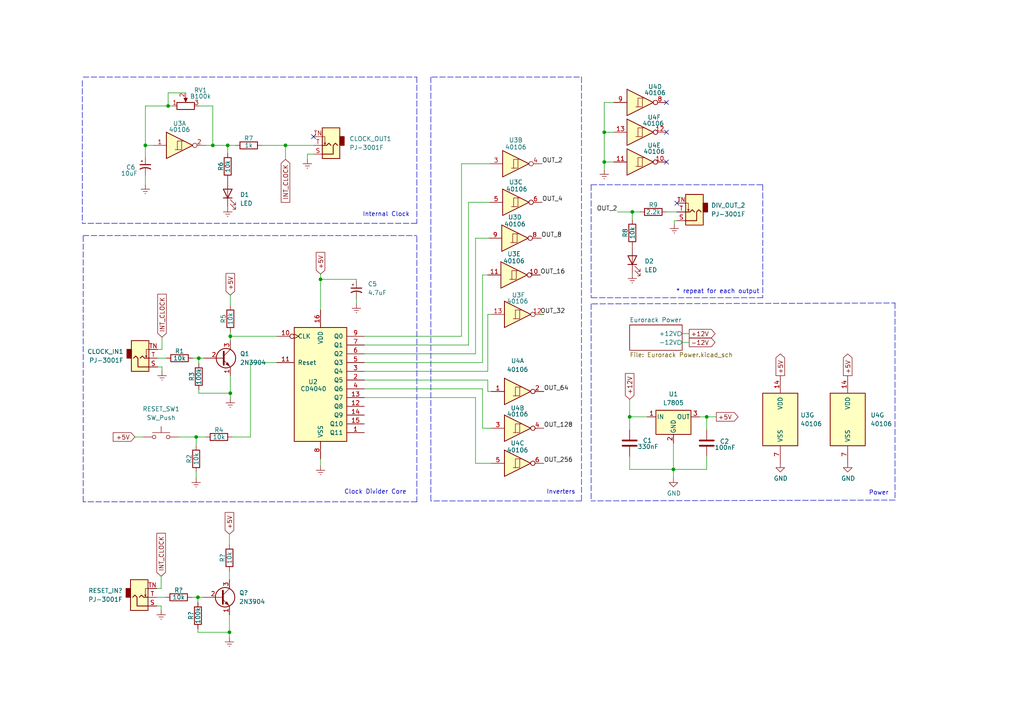
<source format=kicad_sch>
(kicad_sch (version 20211123) (generator eeschema)
  (paper "A4")
  (title_block (title "MiniDiv") (rev "v0.1") (company "benjiaomodular"))
  (lib_symbols
    (symbol "4xxx:40106" (pin_names (offset 1.016))
      (property "Reference" "U" (at 0 1.27 0))
      (property "Value" "40106" (at 0 -1.27 0))
      (symbol "40106_1_0"
        (polyline (pts (xy -0.635 -1.27) (xy -0.635 1.27) (xy 0.635 1.27)))
        (polyline (pts (xy -3.81 3.81) (xy -3.81 -3.81) (xy 3.81 0) (xy -3.81 3.81)) (stroke (width 0.254)) (fill (type background)))
        (polyline (pts (xy -1.27 -1.27) (xy 0.635 -1.27) (xy 0.635 1.27) (xy 1.27 1.27)))
        (pin input line (at -7.62 0 0) (length 3.81) (name "~") (number "1"))
        (pin output inverted (at 7.62 0 180) (length 3.81) (name "~") (number "2"))
      )
      (symbol "40106_2_0"
        (polyline (pts (xy -0.635 -1.27) (xy -0.635 1.27) (xy 0.635 1.27)))
        (polyline (pts (xy -3.81 3.81) (xy -3.81 -3.81) (xy 3.81 0) (xy -3.81 3.81)) (stroke (width 0.254)) (fill (type background)))
        (polyline (pts (xy -1.27 -1.27) (xy 0.635 -1.27) (xy 0.635 1.27) (xy 1.27 1.27)))
        (pin input line (at -7.62 0 0) (length 3.81) (name "~") (number "3"))
        (pin output inverted (at 7.62 0 180) (length 3.81) (name "~") (number "4"))
      )
      (symbol "40106_3_0"
        (polyline (pts (xy -0.635 -1.27) (xy -0.635 1.27) (xy 0.635 1.27)))
        (polyline (pts (xy -3.81 3.81) (xy -3.81 -3.81) (xy 3.81 0) (xy -3.81 3.81)) (stroke (width 0.254)) (fill (type background)))
        (polyline (pts (xy -1.27 -1.27) (xy 0.635 -1.27) (xy 0.635 1.27) (xy 1.27 1.27)))
        (pin input line (at -7.62 0 0) (length 3.81) (name "~") (number "5"))
        (pin output inverted (at 7.62 0 180) (length 3.81) (name "~") (number "6"))
      )
      (symbol "40106_4_0"
        (polyline (pts (xy -0.635 -1.27) (xy -0.635 1.27) (xy 0.635 1.27)))
        (polyline (pts (xy -3.81 3.81) (xy -3.81 -3.81) (xy 3.81 0) (xy -3.81 3.81)) (stroke (width 0.254)) (fill (type background)))
        (polyline (pts (xy -1.27 -1.27) (xy 0.635 -1.27) (xy 0.635 1.27) (xy 1.27 1.27)))
        (pin output inverted (at 7.62 0 180) (length 3.81) (name "~") (number "8"))
        (pin input line (at -7.62 0 0) (length 3.81) (name "~") (number "9"))
      )
      (symbol "40106_5_0"
        (polyline (pts (xy -0.635 -1.27) (xy -0.635 1.27) (xy 0.635 1.27)))
        (polyline (pts (xy -3.81 3.81) (xy -3.81 -3.81) (xy 3.81 0) (xy -3.81 3.81)) (stroke (width 0.254)) (fill (type background)))
        (polyline (pts (xy -1.27 -1.27) (xy 0.635 -1.27) (xy 0.635 1.27) (xy 1.27 1.27)))
        (pin output inverted (at 7.62 0 180) (length 3.81) (name "~") (number "10"))
        (pin input line (at -7.62 0 0) (length 3.81) (name "~") (number "11"))
      )
      (symbol "40106_6_0"
        (polyline (pts (xy -0.635 -1.27) (xy -0.635 1.27) (xy 0.635 1.27)))
        (polyline (pts (xy -3.81 3.81) (xy -3.81 -3.81) (xy 3.81 0) (xy -3.81 3.81)) (stroke (width 0.254)) (fill (type background)))
        (polyline (pts (xy -1.27 -1.27) (xy 0.635 -1.27) (xy 0.635 1.27) (xy 1.27 1.27)))
        (pin output inverted (at 7.62 0 180) (length 3.81) (name "~") (number "12"))
        (pin input line (at -7.62 0 0) (length 3.81) (name "~") (number "13"))
      )
      (symbol "40106_7_0"
        (pin power_in line (at 0 12.7 270) (length 5.08) (name "VDD") (number "14"))
        (pin power_in line (at 0 -12.7 90) (length 5.08) (name "VSS") (number "7"))
      )
      (symbol "40106_7_1"
        (rectangle (start -5.08 7.62) (end 5.08 -7.62) (stroke (width 0.254)) (fill (type background)))
      )
    )
    (symbol "4xxx:4040" (pin_names (offset 1.016))
      (property "Reference" "U" (at -7.62 16.51 0))
      (property "Value" "4040" (at -7.62 -19.05 0))
      (symbol "4040_1_0"
        (pin output line (at 12.7 -15.24 180) (length 5.08) (name "Q11") (number "1"))
        (pin input inverted_clock (at -12.7 12.7 0) (length 5.08) (name "CLK") (number "10"))
        (pin input line (at -12.7 5.08 0) (length 5.08) (name "Reset") (number "11"))
        (pin output line (at 12.7 -7.62 180) (length 5.08) (name "Q8") (number "12"))
        (pin output line (at 12.7 -5.08 180) (length 5.08) (name "Q7") (number "13"))
        (pin output line (at 12.7 -10.16 180) (length 5.08) (name "Q9") (number "14"))
        (pin output line (at 12.7 -12.7 180) (length 5.08) (name "Q10") (number "15"))
        (pin power_in line (at 0 20.32 270) (length 5.08) (name "VDD") (number "16"))
        (pin output line (at 12.7 0 180) (length 5.08) (name "Q5") (number "2"))
        (pin output line (at 12.7 2.54 180) (length 5.08) (name "Q4") (number "3"))
        (pin output line (at 12.7 -2.54 180) (length 5.08) (name "Q6") (number "4"))
        (pin output line (at 12.7 5.08 180) (length 5.08) (name "Q3") (number "5"))
        (pin output line (at 12.7 7.62 180) (length 5.08) (name "Q2") (number "6"))
        (pin output line (at 12.7 10.16 180) (length 5.08) (name "Q1") (number "7"))
        (pin power_in line (at 0 -22.86 90) (length 5.08) (name "VSS") (number "8"))
        (pin output line (at 12.7 12.7 180) (length 5.08) (name "Q0") (number "9"))
      )
      (symbol "4040_1_1"
        (rectangle (start -7.62 15.24) (end 7.62 -17.78) (stroke (width 0.254)) (fill (type background)))
      )
    )
    (symbol "Connector:AudioJack2_SwitchT"
      (property "Reference" "J" (at 0 8.89 0))
      (property "Value" "AudioJack2_SwitchT" (at 0 6.35 0))
      (symbol "AudioJack2_SwitchT_0_1"
        (rectangle (start -2.54 0) (end -3.81 -2.54) (stroke (width 0.254)) (fill (type outline)))
        (polyline (pts (xy 1.778 -0.254) (xy 2.032 -0.762)))
        (polyline (pts (xy 0 0) (xy 0.635 -0.635) (xy 1.27 0) (xy 2.54 0)) (stroke (width 0.254)))
        (polyline (pts (xy 2.54 -2.54) (xy 1.778 -2.54) (xy 1.778 -0.254) (xy 1.524 -0.762)))
        (polyline (pts (xy 2.54 2.54) (xy -0.635 2.54) (xy -0.635 0) (xy -1.27 -0.635) (xy -1.905 0)) (stroke (width 0.254)))
        (rectangle (start 2.54 3.81) (end -2.54 -5.08) (stroke (width 0.254)) (fill (type background)))
      )
      (symbol "AudioJack2_SwitchT_1_1"
        (pin passive line (at 5.08 2.54 180) (length 2.54) (name "~") (number "S"))
        (pin passive line (at 5.08 0 180) (length 2.54) (name "~") (number "T"))
        (pin passive line (at 5.08 -2.54 180) (length 2.54) (name "~") (number "TN"))
      )
    )
    (symbol "Device:C" (pin_numbers hide) (pin_names (offset 0.254))
      (property "Reference" "C" (at 0.635 2.54 0))
      (property "Value" "C" (at 0.635 -2.54 0))
      (symbol "C_0_1"
        (polyline (pts (xy -2.032 -0.762) (xy 2.032 -0.762)) (stroke (width 0.508)))
        (polyline (pts (xy -2.032 0.762) (xy 2.032 0.762)) (stroke (width 0.508)))
      )
      (symbol "C_1_1"
        (pin passive line (at 0 3.81 270) (length 2.794) (name "~") (number "1"))
        (pin passive line (at 0 -3.81 90) (length 2.794) (name "~") (number "2"))
      )
    )
    (symbol "Device:C_Polarized_Small_US" (pin_numbers hide) (pin_names (offset 0.254) hide)
      (property "Reference" "C" (at 0.254 1.778 0))
      (property "Value" "C_Polarized_Small_US" (at 0.254 -2.032 0))
      (symbol "C_Polarized_Small_US_0_1"
        (polyline (pts (xy -1.524 0.508) (xy 1.524 0.508)) (stroke (width 0.3048)))
        (polyline (pts (xy -1.27 1.524) (xy -0.762 1.524)))
        (polyline (pts (xy -1.016 1.27) (xy -1.016 1.778)))
        (arc (start 1.524 -0.762) (mid 0 -0.3734) (end -1.524 -0.762) (stroke (width 0.3048)))
      )
      (symbol "C_Polarized_Small_US_1_1"
        (pin passive line (at 0 2.54 270) (length 2.032) (name "~") (number "1"))
        (pin passive line (at 0 -2.54 90) (length 2.032) (name "~") (number "2"))
      )
    )
    (symbol "Device:LED" (pin_numbers hide) (pin_names (offset 1.016) hide)
      (property "Reference" "D" (at 0 2.54 0))
      (property "Value" "LED" (at 0 -2.54 0))
      (symbol "LED_0_1"
        (polyline (pts (xy -1.27 -1.27) (xy -1.27 1.27)) (stroke (width 0.254)))
        (polyline (pts (xy -1.27 0) (xy 1.27 0)))
        (polyline (pts (xy 1.27 -1.27) (xy 1.27 1.27) (xy -1.27 0) (xy 1.27 -1.27)) (stroke (width 0.254)))
        (polyline (pts (xy -3.048 -0.762) (xy -4.572 -2.286) (xy -3.81 -2.286) (xy -4.572 -2.286) (xy -4.572 -1.524)))
        (polyline (pts (xy -1.778 -0.762) (xy -3.302 -2.286) (xy -2.54 -2.286) (xy -3.302 -2.286) (xy -3.302 -1.524)))
      )
      (symbol "LED_1_1"
        (pin passive line (at -3.81 0 0) (length 2.54) (name "K") (number "1"))
        (pin passive line (at 3.81 0 180) (length 2.54) (name "A") (number "2"))
      )
    )
    (symbol "Device:R" (pin_numbers hide) (pin_names (offset 0))
      (property "Reference" "R" (at 2.032 0 90))
      (property "Value" "R" (at 0 0 90))
      (symbol "R_0_1"
        (rectangle (start -1.016 -2.54) (end 1.016 2.54) (stroke (width 0.254)))
      )
      (symbol "R_1_1"
        (pin passive line (at 0 3.81 270) (length 1.27) (name "~") (number "1"))
        (pin passive line (at 0 -3.81 90) (length 1.27) (name "~") (number "2"))
      )
    )
    (symbol "Device:R_Potentiometer" (pin_names (offset 1.016) hide)
      (property "Reference" "RV" (at -4.445 0 90))
      (property "Value" "R_Potentiometer" (at -2.54 0 90))
      (symbol "R_Potentiometer_0_1"
        (polyline (pts (xy 2.54 0) (xy 1.524 0)))
        (polyline (pts (xy 1.143 0) (xy 2.286 0.508) (xy 2.286 -0.508) (xy 1.143 0)) (fill (type outline)))
        (rectangle (start 1.016 2.54) (end -1.016 -2.54) (stroke (width 0.254)))
      )
      (symbol "R_Potentiometer_1_1"
        (pin passive line (at 0 3.81 270) (length 1.27) (name "1") (number "1"))
        (pin passive line (at 3.81 0 180) (length 1.27) (name "2") (number "2"))
        (pin passive line (at 0 -3.81 90) (length 1.27) (name "3") (number "3"))
      )
    )
    (symbol "Regulator_Linear:L7805" (pin_names (offset 0.254))
      (property "Reference" "U" (at -3.81 3.175 0))
      (property "Value" "L7805" (at 0 3.175 0))
      (symbol "L7805_0_1"
        (rectangle (start -5.08 1.905) (end 5.08 -5.08) (stroke (width 0.254)) (fill (type background)))
      )
      (symbol "L7805_1_1"
        (pin power_in line (at -7.62 0 0) (length 2.54) (name "IN") (number "1"))
        (pin power_in line (at 0 -7.62 90) (length 2.54) (name "GND") (number "2"))
        (pin power_out line (at 7.62 0 180) (length 2.54) (name "OUT") (number "3"))
      )
    )
    (symbol "Switch:SW_Push" (pin_numbers hide) (pin_names (offset 1.016) hide)
      (property "Reference" "SW" (at 1.27 2.54 0))
      (property "Value" "SW_Push" (at 0 -1.524 0))
      (symbol "SW_Push_0_1"
        (circle (center -2.032 0) (radius 0.508))
        (polyline (pts (xy 0 1.27) (xy 0 3.048)))
        (polyline (pts (xy 2.54 1.27) (xy -2.54 1.27)))
        (circle (center 2.032 0) (radius 0.508))
        (pin passive line (at -5.08 0 0) (length 2.54) (name "1") (number "1"))
        (pin passive line (at 5.08 0 180) (length 2.54) (name "2") (number "2"))
      )
    )
    (symbol "Transistor_BJT:2N3904" (pin_names (offset 0) hide)
      (property "Reference" "Q" (at 5.08 1.905 0))
      (property "Value" "2N3904" (at 5.08 0 0))
      (symbol "2N3904_0_1"
        (polyline (pts (xy 0.635 0.635) (xy 2.54 2.54)))
        (polyline (pts (xy 0.635 -0.635) (xy 2.54 -2.54) (xy 2.54 -2.54)))
        (polyline (pts (xy 0.635 1.905) (xy 0.635 -1.905) (xy 0.635 -1.905)) (stroke (width 0.508)))
        (polyline (pts (xy 1.27 -1.778) (xy 1.778 -1.27) (xy 2.286 -2.286) (xy 1.27 -1.778) (xy 1.27 -1.778)) (fill (type outline)))
        (circle (center 1.27 0) (radius 2.8194) (stroke (width 0.254)))
      )
      (symbol "2N3904_1_1"
        (pin passive line (at 2.54 -5.08 90) (length 2.54) (name "E") (number "1"))
        (pin passive line (at -5.08 0 0) (length 5.715) (name "B") (number "2"))
        (pin passive line (at 2.54 5.08 270) (length 2.54) (name "C") (number "3"))
      )
    )
    (symbol "power:Earth" (power) (pin_names (offset 0))
      (symbol "Earth_0_1"
        (polyline (pts (xy -0.635 -1.905) (xy 0.635 -1.905)))
        (polyline (pts (xy -0.127 -2.54) (xy 0.127 -2.54)))
        (polyline (pts (xy 0 -1.27) (xy 0 0)))
        (polyline (pts (xy 1.27 -1.27) (xy -1.27 -1.27)))
      )
      (symbol "Earth_1_1"
        (pin power_in line (at 0 0 270) (length 0) hide (name "Earth") (number "1"))
      )
    )
    (symbol "power:GND" (power) (pin_names (offset 0))
      (property "Value" "GND" (at 0 -3.81 0))
      (symbol "GND_0_1"
        (polyline (pts (xy 0 0) (xy 0 -1.27) (xy 1.27 -1.27) (xy 0 -2.54) (xy -1.27 -1.27) (xy 0 -1.27)))
      )
      (symbol "GND_1_1"
        (pin power_in line (at 0 0 270) (length 0) hide (name "GND") (number "1"))
      )
    )
  )
  (junction (at 61.722 42.164))
  (junction (at 183.388 61.468))
  (junction (at 182.626 120.904))
  (junction (at 82.804 42.164))
  (junction (at 66.04 42.164))
  (junction (at 92.964 81.026))
  (junction (at 204.978 120.904))
  (junction (at 57.404 173.228))
  (junction (at 66.802 114.046))
  (junction (at 66.802 97.536))
  (junction (at 66.548 183.388))
  (junction (at 195.326 136.144))
  (junction (at 175.26 38.354))
  (junction (at 48.768 30.734))
  (junction (at 57.658 103.886))
  (junction (at 42.164 42.164))
  (junction (at 56.896 126.746))
  (junction (at 175.26 46.99))
  (no_connect (at 193.294 46.99))
  (no_connect (at 90.932 39.624))
  (no_connect (at 193.294 38.354))
  (no_connect (at 196.342 58.928))
  (no_connect (at 193.294 29.718))
  (wire (pts (xy 141.478 91.186) (xy 141.478 107.696)))
  (wire (pts (xy 183.388 61.468) (xy 183.388 63.754)))
  (wire (pts (xy 57.404 173.228) (xy 58.928 173.228)))
  (wire (pts (xy 48.768 26.924) (xy 48.768 30.734)))
  (wire (pts (xy 141.478 79.756) (xy 139.954 79.756)))
  (wire (pts (xy 46.736 167.132) (xy 46.736 170.688)))
  (wire (pts (xy 141.478 107.696) (xy 105.664 107.696)))
  (wire (pts (xy 57.404 182.372) (xy 57.404 183.388)))
  (wire (pts (xy 57.404 173.228) (xy 57.404 174.752)))
  (wire (pts (xy 137.922 134.366) (xy 142.494 134.366)))
  (wire (pts (xy 157.734 91.186) (xy 156.718 91.186)))
  (wire (pts (xy 55.88 103.886) (xy 57.658 103.886)))
  (polyline (pts (xy 120.904 68.58) (xy 120.904 145.542)))
  (wire (pts (xy 133.858 47.498) (xy 141.986 47.498)))
  (wire (pts (xy 90.932 44.704) (xy 89.154 44.704)))
  (polyline (pts (xy 171.45 88.138) (xy 171.45 145.288)))
  (polyline (pts (xy 259.588 87.884) (xy 259.588 145.034)))
  (wire (pts (xy 142.494 91.186) (xy 141.478 91.186)))
  (polyline (pts (xy 221.234 53.594) (xy 221.234 86.36)))
  (wire (pts (xy 175.26 46.99) (xy 175.26 38.354)))
  (wire (pts (xy 105.664 110.236) (xy 141.478 110.236)))
  (wire (pts (xy 75.946 42.164) (xy 82.804 42.164)))
  (wire (pts (xy 53.848 26.924) (xy 48.768 26.924)))
  (wire (pts (xy 82.804 42.164) (xy 90.932 42.164)))
  (wire (pts (xy 57.658 113.03) (xy 57.658 114.046)))
  (polyline (pts (xy 259.588 145.034) (xy 171.45 145.288)))
  (wire (pts (xy 175.26 46.99) (xy 175.26 49.276)))
  (wire (pts (xy 66.548 165.608) (xy 66.548 168.148)))
  (wire (pts (xy 51.816 126.746) (xy 56.896 126.746)))
  (wire (pts (xy 57.404 183.388) (xy 66.548 183.388)))
  (wire (pts (xy 105.664 102.616) (xy 137.922 102.616)))
  (wire (pts (xy 39.116 126.746) (xy 41.656 126.746)))
  (polyline (pts (xy 171.704 88.138) (xy 259.588 87.884)))
  (polyline (pts (xy 120.904 64.77) (xy 23.876 64.77)))
  (wire (pts (xy 179.07 61.468) (xy 183.388 61.468)))
  (wire (pts (xy 66.548 154.94) (xy 66.548 157.988)))
  (polyline (pts (xy 171.45 53.594) (xy 221.234 53.594)))
  (wire (pts (xy 56.896 126.746) (xy 56.896 129.286)))
  (polyline (pts (xy 23.876 23.368) (xy 23.876 64.77)))
  (wire (pts (xy 195.326 136.144) (xy 204.978 136.144)))
  (wire (pts (xy 183.388 61.468) (xy 185.674 61.468)))
  (polyline (pts (xy 221.234 86.36) (xy 171.45 86.36)))
  (wire (pts (xy 45.72 106.426) (xy 46.99 106.426)))
  (wire (pts (xy 139.954 105.156) (xy 105.664 105.156)))
  (wire (pts (xy 137.922 115.316) (xy 137.922 134.366)))
  (wire (pts (xy 178.054 46.99) (xy 175.26 46.99)))
  (wire (pts (xy 66.548 178.308) (xy 66.548 183.388)))
  (wire (pts (xy 66.802 108.966) (xy 66.802 114.046)))
  (wire (pts (xy 103.378 81.026) (xy 92.964 81.026)))
  (wire (pts (xy 204.978 136.144) (xy 204.978 132.334)))
  (polyline (pts (xy 168.656 22.352) (xy 168.656 145.288)))
  (wire (pts (xy 61.722 30.734) (xy 61.722 42.164)))
  (wire (pts (xy 57.658 103.886) (xy 57.658 105.41)))
  (wire (pts (xy 133.858 47.498) (xy 133.858 97.536)))
  (wire (pts (xy 183.388 71.374) (xy 183.388 71.628)))
  (wire (pts (xy 182.626 120.904) (xy 182.626 124.714)))
  (wire (pts (xy 42.164 30.734) (xy 42.164 42.164)))
  (wire (pts (xy 175.26 38.354) (xy 178.054 38.354)))
  (wire (pts (xy 195.326 136.144) (xy 195.326 138.684)))
  (wire (pts (xy 45.466 173.228) (xy 48.006 173.228)))
  (wire (pts (xy 139.954 112.776) (xy 139.954 124.206)))
  (wire (pts (xy 66.548 183.388) (xy 66.548 184.912)))
  (wire (pts (xy 44.45 42.164) (xy 42.164 42.164)))
  (wire (pts (xy 139.954 79.756) (xy 139.954 105.156)))
  (wire (pts (xy 46.99 106.426) (xy 46.99 107.696)))
  (wire (pts (xy 42.164 42.164) (xy 42.164 45.72)))
  (wire (pts (xy 197.866 99.314) (xy 199.898 99.314)))
  (wire (pts (xy 204.978 120.904) (xy 204.978 124.714)))
  (wire (pts (xy 182.626 132.334) (xy 182.626 136.144)))
  (wire (pts (xy 80.264 97.536) (xy 66.802 97.536)))
  (wire (pts (xy 56.896 136.906) (xy 56.896 138.684)))
  (polyline (pts (xy 24.13 145.542) (xy 24.13 68.326)))
  (wire (pts (xy 72.644 126.746) (xy 67.31 126.746)))
  (wire (pts (xy 182.626 120.904) (xy 187.706 120.904)))
  (polyline (pts (xy 24.13 22.352) (xy 120.904 22.352)))
  (wire (pts (xy 66.04 52.07) (xy 66.04 52.324)))
  (wire (pts (xy 141.732 69.088) (xy 137.922 69.088)))
  (wire (pts (xy 57.658 30.734) (xy 61.722 30.734)))
  (wire (pts (xy 92.964 79.502) (xy 92.964 81.026)))
  (wire (pts (xy 182.626 115.824) (xy 182.626 120.904)))
  (wire (pts (xy 92.964 81.026) (xy 92.964 89.916)))
  (wire (pts (xy 56.896 126.746) (xy 59.69 126.746)))
  (polyline (pts (xy 125.222 22.352) (xy 168.656 22.352)))
  (wire (pts (xy 66.802 96.266) (xy 66.802 97.536)))
  (wire (pts (xy 202.946 120.904) (xy 204.978 120.904)))
  (wire (pts (xy 105.664 115.316) (xy 137.922 115.316)))
  (wire (pts (xy 61.722 42.164) (xy 59.69 42.164)))
  (wire (pts (xy 195.58 64.008) (xy 195.58 65.024)))
  (wire (pts (xy 141.478 113.538) (xy 142.494 113.538)))
  (wire (pts (xy 72.644 105.156) (xy 72.644 126.746)))
  (wire (pts (xy 141.478 110.236) (xy 141.478 113.538)))
  (wire (pts (xy 48.768 30.734) (xy 42.164 30.734)))
  (wire (pts (xy 183.388 79.248) (xy 183.388 79.502)))
  (wire (pts (xy 55.626 173.228) (xy 57.404 173.228)))
  (wire (pts (xy 175.26 29.718) (xy 175.26 38.354)))
  (wire (pts (xy 57.658 103.886) (xy 59.182 103.886)))
  (wire (pts (xy 193.294 61.468) (xy 196.342 61.468)))
  (wire (pts (xy 103.378 81.534) (xy 103.378 81.026)))
  (wire (pts (xy 105.664 97.536) (xy 133.858 97.536)))
  (wire (pts (xy 182.626 136.144) (xy 195.326 136.144)))
  (wire (pts (xy 50.038 30.734) (xy 48.768 30.734)))
  (wire (pts (xy 137.922 69.088) (xy 137.922 102.616)))
  (wire (pts (xy 105.664 112.776) (xy 139.954 112.776)))
  (wire (pts (xy 80.264 105.156) (xy 72.644 105.156)))
  (wire (pts (xy 45.466 175.768) (xy 46.736 175.768)))
  (wire (pts (xy 175.26 29.718) (xy 178.054 29.718)))
  (wire (pts (xy 46.99 97.79) (xy 46.99 101.346)))
  (polyline (pts (xy 171.45 53.594) (xy 171.45 86.36)))
  (wire (pts (xy 45.72 103.886) (xy 48.26 103.886)))
  (wire (pts (xy 42.164 50.8) (xy 42.164 53.594)))
  (wire (pts (xy 66.802 97.536) (xy 66.802 98.806)))
  (wire (pts (xy 57.658 114.046) (xy 66.802 114.046)))
  (wire (pts (xy 204.978 120.904) (xy 207.772 120.904)))
  (wire (pts (xy 66.04 42.164) (xy 66.04 44.45)))
  (wire (pts (xy 46.736 175.768) (xy 46.736 177.038)))
  (wire (pts (xy 103.378 86.614) (xy 103.378 88.138)))
  (wire (pts (xy 105.664 100.076) (xy 135.89 100.076)))
  (wire (pts (xy 196.342 64.008) (xy 195.58 64.008)))
  (wire (pts (xy 135.89 58.674) (xy 141.986 58.674)))
  (polyline (pts (xy 24.13 68.326) (xy 120.904 68.326)))
  (polyline (pts (xy 120.904 145.542) (xy 24.13 145.542)))
  (wire (pts (xy 46.99 101.346) (xy 45.72 101.346)))
  (polyline (pts (xy 120.904 22.352) (xy 120.904 64.77)))
  (wire (pts (xy 92.964 133.096) (xy 92.964 135.128)))
  (wire (pts (xy 135.89 100.076) (xy 135.89 58.674)))
  (wire (pts (xy 66.04 59.944) (xy 66.04 60.198)))
  (wire (pts (xy 61.722 42.164) (xy 66.04 42.164)))
  (polyline (pts (xy 168.656 145.288) (xy 124.968 145.288)))
  (wire (pts (xy 66.802 114.046) (xy 66.802 115.57)))
  (polyline (pts (xy 124.968 22.352) (xy 124.968 145.288)))
  (wire (pts (xy 82.804 42.164) (xy 82.804 46.228)))
  (wire (pts (xy 46.736 170.688) (xy 45.466 170.688)))
  (wire (pts (xy 66.802 85.598) (xy 66.802 88.646)))
  (wire (pts (xy 89.154 44.704) (xy 89.154 46.228)))
  (wire (pts (xy 197.866 96.774) (xy 199.898 96.774)))
  (wire (pts (xy 139.954 124.206) (xy 142.494 124.206)))
  (wire (pts (xy 66.04 42.164) (xy 68.326 42.164)))
  (wire (pts (xy 195.326 128.524) (xy 195.326 136.144)))
  (text "Internal Clock" (at 105.156 62.992 0) (effects (font (size 1.27 1.27)) (justify left bottom)))
  (text "* repeat for each output" (at 196.088 85.344 0) (effects (font (size 1.27 1.27)) (justify left bottom)))
  (text "Clock Divider Core" (at 99.822 143.51 0) (effects (font (size 1.27 1.27)) (justify left bottom)))
  (text "Power" (at 251.968 143.764 0) (effects (font (size 1.27 1.27)) (justify left bottom)))
  (text "Inverters" (at 158.496 143.51 0) (effects (font (size 1.27 1.27)) (justify left bottom)))
  (label "OUT_256" (at 157.734 134.366 0))
  (label "OUT_32" (at 156.718 91.186 0))
  (label "OUT_2" (at 157.226 47.498 0))
  (label "OUT_16" (at 156.718 79.756 0))
  (label "OUT_8" (at 156.972 69.088 0))
  (label "OUT_128" (at 157.734 124.206 0))
  (label "OUT_2" (at 179.07 61.468 180))
  (label "OUT_64" (at 157.734 113.538 0))
  (label "OUT_4" (at 157.226 58.674 0))
  (global_label "INT_CLOCK" (shape input) (at 46.99 97.79 90) (property "Intersheet References" "${INTERSHEET_REFS}" (effects hide)))
  (global_label "+5V" (shape output) (at 207.772 120.904 0) (property "Intersheet References" "${INTERSHEET_REFS}" (effects hide)))
  (global_label "+5V" (shape input) (at 39.116 126.746 180) (property "Intersheet References" "${INTERSHEET_REFS}" (effects hide)))
  (global_label "+12V" (shape input) (at 182.626 115.824 90) (property "Intersheet References" "${INTERSHEET_REFS}" (effects hide)))
  (global_label "+5V" (shape input) (at 66.548 154.94 90) (property "Intersheet References" "${INTERSHEET_REFS}" (effects hide)))
  (global_label "-12V" (shape output) (at 199.898 99.314 0) (property "Intersheet References" "${INTERSHEET_REFS}" (effects hide)))
  (global_label "+5V" (shape input) (at 66.802 85.598 90) (property "Intersheet References" "${INTERSHEET_REFS}" (effects hide)))
  (global_label "INT_CLOCK" (shape input) (at 46.736 167.132 90) (property "Intersheet References" "${INTERSHEET_REFS}" (effects hide)))
  (global_label "INT_CLOCK" (shape input) (at 82.804 46.228 270) (property "Intersheet References" "${INTERSHEET_REFS}" (effects hide)))
  (global_label "+5V" (shape output) (at 226.314 108.966 90) (property "Intersheet References" "${INTERSHEET_REFS}" (effects hide)))
  (global_label "+5V" (shape input) (at 92.964 79.502 90) (property "Intersheet References" "${INTERSHEET_REFS}" (effects hide)))
  (global_label "+12V" (shape output) (at 199.898 96.774 0) (property "Intersheet References" "${INTERSHEET_REFS}" (effects hide)))
  (global_label "+5V" (shape output) (at 245.872 108.966 90) (property "Intersheet References" "${INTERSHEET_REFS}" (effects hide)))
  (symbol (lib_id "power:Earth") (at 46.99 107.696 0) (unit 1)
    (property "Reference" "#PWR05" (effects hide))
    (property "Value" "Earth" (effects hide))
  )
  (symbol (lib_id "Device:R") (at 66.04 48.26 0) (unit 1)
    (property "Reference" "R6" (at 64.008 48.26 90))
    (property "Value" "10k" (at 66.04 48.26 90))
    (property "Footprint" "Resistor_SMD:R_0603_1608Metric_Pad0.98x0.95mm_HandSolder" (effects hide))
  )
  (symbol (lib_id "power:Earth") (at 56.896 138.684 0) (unit 1)
    (property "Reference" "#PWR07" (effects hide))
    (property "Value" "Earth" (effects hide))
  )
  (symbol (lib_id "Device:C") (at 204.978 128.524 0) (unit 1)
    (property "Reference" "C2" (at 208.788 128.016 0) (effects (justify left)))
    (property "Value" "100nF" (at 207.264 129.794 0) (effects (justify left)))
    (property "Footprint" "Capacitor_SMD:C_0603_1608Metric_Pad1.08x0.95mm_HandSolder" (effects hide))
    (property "Mfg #" "CC0603JRX7R9BB104" (effects hide))
    (property "LCSC Part #" "C91183" (effects hide))
    (property "Manufacturers Part Number" "CC0603JRX7R9BB104" (effects hide))
    (property "Manufacturers Name" "YAGEO" (effects hide))
    (property "Type" "Surface mount" (effects hide))
    (property "Package" "0603" (effects hide))
    (property "Part Description" "Multilayer Ceramic Capacitors MLCC - SMD/SMT 50 V 0.1uF X7R 0603 5% " (effects hide))
  )
  (symbol (lib_id "Connector:AudioJack2_SwitchT") (at 201.422 61.468 180) (unit 1)
    (property "Reference" "DIV_OUT_2" (at 206.248 59.5629 0) (effects (justify right)))
    (property "Value" "PJ-3001F" (at 206.248 62.1029 0) (effects (justify right)))
  )
  (symbol (lib_id "power:GND") (at 226.314 134.366 0) (unit 1)
    (property "Reference" "#PWR06" (effects hide))
    (property "Value" "GND" (at 226.441 138.7602 0))
  )
  (symbol (lib_id "4xxx:40106") (at 149.098 79.756 0) (unit 5)
    (property "Reference" "U3" (at 149.098 73.66 0))
    (property "Value" "40106" (at 149.098 75.692 0))
    (property "Datasheet" "https://assets.nexperia.com/documents/data-sheet/HEF40106B.pdf" (effects hide))
  )
  (symbol (lib_id "Transistor_BJT:2N3904") (at 64.008 173.228 0) (unit 1)
    (property "Reference" "Q?" (at 69.342 171.9579 0) (effects (justify left)))
    (property "Value" "2N3904" (at 69.342 174.4979 0) (effects (justify left)))
    (property "Footprint" "Package_TO_SOT_THT:TO-92_Inline" (effects hide))
    (property "Datasheet" "https://www.onsemi.com/pub/Collateral/2N3903-D.PDF" (effects hide))
  )
  (symbol (lib_id "Device:C") (at 182.626 128.524 0) (unit 1)
    (property "Reference" "C1" (at 186.436 127.762 0) (effects (justify left)))
    (property "Value" "330nF" (at 184.912 129.54 0) (effects (justify left)))
    (property "Footprint" "Capacitor_SMD:C_0603_1608Metric_Pad1.08x0.95mm_HandSolder" (effects hide))
    (property "Mfg #" "CC0603KRX7R8BB334" (effects hide))
    (property "LCSC Part #" "C107070" (effects hide))
    (property "Manufacturers Part Number" "CC0603KRX7R8BB334" (effects hide))
    (property "Manufacturers Name" "YAGEO" (effects hide))
    (property "Type" "Surface mount" (effects hide))
    (property "Package" "0603" (effects hide))
    (property "Part Description" "Multilayer Ceramic Capacitors MLCC - SMD/SMT 25V 0.33uF X7R 0603 10% " (effects hide))
  )
  (symbol (lib_id "4xxx:40106") (at 149.606 58.674 0) (unit 3)
    (property "Reference" "U3" (at 149.606 52.832 0))
    (property "Value" "40106" (at 149.86 54.864 0))
    (property "Datasheet" "https://assets.nexperia.com/documents/data-sheet/HEF40106B.pdf" (effects hide))
  )
  (symbol (lib_id "Connector:AudioJack2_SwitchT") (at 40.386 173.228 0) (mirror x) (unit 1)
    (property "Reference" "RESET_IN?" (at 35.56 171.3229 0) (effects (justify right)))
    (property "Value" "PJ-3001F" (at 35.56 173.8629 0) (effects (justify right)))
  )
  (symbol (lib_id "Device:R") (at 66.548 161.798 180) (unit 1)
    (property "Reference" "R?" (at 64.516 161.798 90))
    (property "Value" "10k" (at 66.548 161.798 90))
    (property "Footprint" "Resistor_SMD:R_0603_1608Metric_Pad0.98x0.95mm_HandSolder" (effects hide))
  )
  (symbol (lib_id "power:Earth") (at 103.378 88.138 0) (unit 1)
    (property "Reference" "#PWR010" (effects hide))
    (property "Value" "Earth" (effects hide))
  )
  (symbol (lib_id "power:GND") (at 195.326 138.684 0) (unit 1)
    (property "Reference" "#PWR01" (effects hide))
    (property "Value" "GND" (at 195.453 143.0782 0))
  )
  (symbol (lib_id "4xxx:40106") (at 149.606 47.498 0) (unit 2)
    (property "Reference" "U3" (at 149.606 40.64 0))
    (property "Value" "40106" (at 149.606 42.672 0))
    (property "Datasheet" "https://assets.nexperia.com/documents/data-sheet/HEF40106B.pdf" (effects hide))
  )
  (symbol (lib_id "Regulator_Linear:L7805") (at 195.326 120.904 0) (unit 1)
    (property "Reference" "U1" (at 195.326 114.3 0))
    (property "Value" "L7805" (at 195.326 116.84 0))
    (property "Footprint" "Package_TO_SOT_SMD:TO-252-2" (effects hide))
    (property "Datasheet" "http://www.st.com/content/ccc/resource/technical/document/datasheet/41/4f/b3/b0/12/d4/47/88/CD00000444.pdf/files/CD00000444.pdf/jcr:content/translations/en.CD00000444.pdf" (effects hide))
    (property "LCSC Part #" "C310413" (effects hide))
    (property "Manufacturers Name" "STMicroelectronics" (effects hide))
    (property "Mfg #" "L7805CDT-TR " (effects hide))
    (property "Manufacturers Part Number" "L7805CDT-TR " (effects hide))
    (property "Package" "TO-252-3" (effects hide))
    (property "Type" "Surface mount" (effects hide))
    (property "Part Description" "62dB@(120Hz) 1.5A 2V@(1A) Fixed 5V~5V Positive 1 35V TO-252-3 Linear Voltage Regulators (LDO) ROHS" (effects hide))
  )
  (symbol (lib_id "4xxx:40106") (at 185.674 38.354 0) (unit 6)
    (property "Reference" "U4" (at 189.738 34.036 0))
    (property "Value" "40106" (at 189.484 35.814 0))
    (property "Datasheet" "https://assets.nexperia.com/documents/data-sheet/HEF40106B.pdf" (effects hide))
  )
  (symbol (lib_id "Device:R") (at 56.896 133.096 180) (unit 1)
    (property "Reference" "R2" (at 54.864 133.096 90))
    (property "Value" "10k" (at 56.896 133.096 90))
    (property "Footprint" "Resistor_SMD:R_0603_1608Metric_Pad0.98x0.95mm_HandSolder" (effects hide))
  )
  (symbol (lib_id "Switch:SW_Push") (at 46.736 126.746 0) (unit 1)
    (property "Reference" "RESET_SW1" (at 46.736 118.618 0))
    (property "Value" "SW_Push" (at 46.736 121.158 0))
  )
  (symbol (lib_id "4xxx:40106") (at 150.114 124.206 0) (unit 2)
    (property "Reference" "U4" (at 150.114 118.364 0))
    (property "Value" "40106" (at 150.114 120.142 0))
    (property "Datasheet" "https://assets.nexperia.com/documents/data-sheet/HEF40106B.pdf" (effects hide))
  )
  (symbol (lib_id "4xxx:40106") (at 245.872 121.666 0) (unit 7)
    (property "Reference" "U4" (at 252.476 120.3959 0) (effects (justify left)))
    (property "Value" "40106" (at 252.476 122.9359 0) (effects (justify left)))
    (property "Datasheet" "https://assets.nexperia.com/documents/data-sheet/HEF40106B.pdf" (effects hide))
  )
  (symbol (lib_id "Device:C_Polarized_Small_US") (at 42.164 48.26 0) (unit 1)
    (property "Reference" "C6" (at 36.576 48.514 0) (effects (justify left)))
    (property "Value" "10uF" (at 35.052 50.292 0) (effects (justify left)))
    (property "Footprint" "Capacitor_SMD:C_0805_2012Metric_Pad1.18x1.45mm_HandSolder" (effects hide))
    (property "Manufacturers Name" "Taiyo Yuden" (effects hide))
    (property "Manufacturers Part Number" "TMK212BBJ106KG8T" (effects hide))
  )
  (symbol (lib_id "4xxx:40106") (at 150.114 113.538 0) (unit 1)
    (property "Reference" "U4" (at 150.114 104.648 0))
    (property "Value" "40106" (at 150.114 107.188 0))
    (property "Datasheet" "https://assets.nexperia.com/documents/data-sheet/HEF40106B.pdf" (effects hide))
  )
  (symbol (lib_id "Device:R") (at 63.5 126.746 90) (unit 1)
    (property "Reference" "R4" (at 63.5 124.714 90))
    (property "Value" "10k" (at 63.5 126.746 90))
    (property "Footprint" "Resistor_SMD:R_0603_1608Metric_Pad0.98x0.95mm_HandSolder" (effects hide))
  )
  (symbol (lib_id "power:Earth") (at 46.736 177.038 0) (unit 1)
    (property "Reference" "#PWR?" (effects hide))
    (property "Value" "Earth" (effects hide))
  )
  (symbol (lib_id "Device:R") (at 57.404 178.562 180) (unit 1)
    (property "Reference" "R?" (at 55.372 178.562 90))
    (property "Value" "100k" (at 57.404 178.562 90))
    (property "Footprint" "Resistor_SMD:R_0603_1608Metric_Pad0.98x0.95mm_HandSolder" (effects hide))
  )
  (symbol (lib_id "Device:R") (at 52.07 103.886 90) (unit 1)
    (property "Reference" "R1" (at 52.07 101.854 90))
    (property "Value" "10k" (at 52.07 103.886 90))
    (property "Footprint" "Resistor_SMD:R_0603_1608Metric_Pad0.98x0.95mm_HandSolder" (effects hide))
  )
  (symbol (lib_id "Device:R") (at 72.136 42.164 270) (unit 1)
    (property "Reference" "R7" (at 72.136 40.132 90))
    (property "Value" "1k" (at 72.136 42.164 90))
    (property "Footprint" "Resistor_SMD:R_0603_1608Metric_Pad0.98x0.95mm_HandSolder" (effects hide))
  )
  (symbol (lib_id "power:Earth") (at 89.154 46.228 0) (unit 1)
    (property "Reference" "#PWR013" (effects hide))
    (property "Value" "Earth" (effects hide))
  )
  (symbol (lib_id "4xxx:40106") (at 226.314 121.666 0) (unit 7)
    (property "Reference" "U3" (at 232.156 120.3959 0) (effects (justify left)))
    (property "Value" "40106" (at 232.156 122.9359 0) (effects (justify left)))
    (property "Datasheet" "https://assets.nexperia.com/documents/data-sheet/HEF40106B.pdf" (effects hide))
  )
  (symbol (lib_id "4xxx:4040") (at 92.964 110.236 0) (unit 1)
    (property "Reference" "U2" (at 89.408 110.744 0) (effects (justify left)))
    (property "Value" "CD4040" (at 87.122 112.776 0) (effects (justify left)))
    (property "Datasheet" "http://www.intersil.com/content/dam/Intersil/documents/cd40/cd4020bms-24bms-40bms.pdf" (effects hide))
  )
  (symbol (lib_id "4xxx:40106") (at 150.114 91.186 0) (unit 6)
    (property "Reference" "U3" (at 150.368 85.598 0))
    (property "Value" "40106" (at 150.114 87.376 0))
    (property "Datasheet" "https://assets.nexperia.com/documents/data-sheet/HEF40106B.pdf" (effects hide))
  )
  (symbol (lib_id "power:GND") (at 245.872 134.366 0) (unit 1)
    (property "Reference" "#PWR016" (effects hide))
    (property "Value" "GND" (at 245.999 138.7602 0))
  )
  (symbol (lib_id "Device:R") (at 189.484 61.468 270) (unit 1)
    (property "Reference" "R9" (at 189.484 59.436 90))
    (property "Value" "2.2k" (at 189.484 61.468 90))
    (property "Footprint" "Resistor_SMD:R_0603_1608Metric_Pad0.98x0.95mm_HandSolder" (effects hide))
  )
  (symbol (lib_id "power:Earth") (at 183.388 79.502 0) (unit 1)
    (property "Reference" "#PWR014" (effects hide))
    (property "Value" "Earth" (effects hide))
  )
  (symbol (lib_id "power:Earth") (at 66.04 60.198 0) (unit 1)
    (property "Reference" "#PWR012" (effects hide))
    (property "Value" "Earth" (effects hide))
  )
  (symbol (lib_id "4xxx:40106") (at 52.07 42.164 0) (unit 1)
    (property "Reference" "U3" (at 52.07 35.814 0))
    (property "Value" "40106" (at 52.07 37.592 0))
    (property "Datasheet" "https://assets.nexperia.com/documents/data-sheet/HEF40106B.pdf" (effects hide))
  )
  (symbol (lib_id "4xxx:40106") (at 149.352 69.088 0) (unit 4)
    (property "Reference" "U3" (at 149.352 62.992 0))
    (property "Value" "40106" (at 149.352 65.024 0))
    (property "Datasheet" "https://assets.nexperia.com/documents/data-sheet/HEF40106B.pdf" (effects hide))
  )
  (symbol (lib_id "power:Earth") (at 66.548 184.912 0) (unit 1)
    (property "Reference" "#PWR?" (effects hide))
    (property "Value" "Earth" (effects hide))
  )
  (symbol (lib_id "power:Earth") (at 195.58 65.024 0) (unit 1)
    (property "Reference" "#PWR015" (effects hide))
    (property "Value" "Earth" (effects hide))
  )
  (symbol (lib_id "Device:R") (at 51.816 173.228 90) (unit 1)
    (property "Reference" "R?" (at 51.816 171.196 90))
    (property "Value" "10k" (at 51.816 173.228 90))
    (property "Footprint" "Resistor_SMD:R_0603_1608Metric_Pad0.98x0.95mm_HandSolder" (effects hide))
  )
  (symbol (lib_id "Connector:AudioJack2_SwitchT") (at 96.012 42.164 180) (unit 1)
    (property "Reference" "CLOCK_OUT1" (at 101.346 40.2589 0) (effects (justify right)))
    (property "Value" "PJ-3001F" (at 101.346 42.7989 0) (effects (justify right)))
  )
  (symbol (lib_id "Device:R") (at 57.658 109.22 180) (unit 1)
    (property "Reference" "R3" (at 55.626 109.22 90))
    (property "Value" "100k" (at 57.658 109.22 90))
    (property "Footprint" "Resistor_SMD:R_0603_1608Metric_Pad0.98x0.95mm_HandSolder" (effects hide))
  )
  (symbol (lib_id "4xxx:40106") (at 185.674 29.718 0) (unit 4)
    (property "Reference" "U4" (at 189.992 25.146 0))
    (property "Value" "40106" (at 189.992 26.924 0))
    (property "Datasheet" "https://assets.nexperia.com/documents/data-sheet/HEF40106B.pdf" (effects hide))
  )
  (symbol (lib_id "power:Earth") (at 42.164 53.594 0) (unit 1)
    (property "Reference" "#PWR011" (effects hide))
    (property "Value" "Earth" (effects hide))
  )
  (symbol (lib_id "4xxx:40106") (at 150.114 134.366 0) (unit 3)
    (property "Reference" "U4" (at 150.114 128.524 0))
    (property "Value" "40106" (at 150.114 130.556 0))
    (property "Datasheet" "https://assets.nexperia.com/documents/data-sheet/HEF40106B.pdf" (effects hide))
  )
  (symbol (lib_id "Device:R_Potentiometer") (at 53.848 30.734 90) (unit 1)
    (property "Reference" "RV1" (at 58.166 26.162 90))
    (property "Value" "B100k" (at 58.166 27.94 90))
  )
  (symbol (lib_id "Device:R") (at 66.802 92.456 180) (unit 1)
    (property "Reference" "R5" (at 64.77 92.456 90))
    (property "Value" "10k" (at 66.802 92.456 90))
    (property "Footprint" "Resistor_SMD:R_0603_1608Metric_Pad0.98x0.95mm_HandSolder" (effects hide))
  )
  (symbol (lib_id "power:Earth") (at 66.802 115.57 0) (unit 1)
    (property "Reference" "#PWR08" (effects hide))
    (property "Value" "Earth" (effects hide))
  )
  (symbol (lib_id "Device:LED") (at 183.388 75.438 90) (unit 1)
    (property "Reference" "D2" (at 186.944 75.7554 90) (effects (justify right)))
    (property "Value" "LED" (at 186.944 78.2954 90) (effects (justify right)))
    (property "Footprint" "LED_THT:LED_D3.0mm" (effects hide))
    (property "Manufacturers Name" "KENTO" (effects hide))
    (property "Manufacturers Part Number" "3ARG4HWC" (effects hide))
  )
  (symbol (lib_id "Device:R") (at 183.388 67.564 0) (unit 1)
    (property "Reference" "R8" (at 181.356 67.564 90))
    (property "Value" "10k" (at 183.388 67.564 90))
    (property "Footprint" "Resistor_SMD:R_0603_1608Metric_Pad0.98x0.95mm_HandSolder" (effects hide))
  )
  (symbol (lib_id "Device:C_Polarized_Small_US") (at 103.378 84.074 0) (unit 1)
    (property "Reference" "C5" (at 106.68 82.3721 0) (effects (justify left)))
    (property "Value" "4.7uF" (at 106.68 84.9121 0) (effects (justify left)))
    (property "Footprint" "Capacitor_SMD:C_0805_2012Metric_Pad1.18x1.45mm_HandSolder" (effects hide))
  )
  (symbol (lib_id "power:Earth") (at 92.964 135.128 0) (unit 1)
    (property "Reference" "#PWR09" (effects hide))
    (property "Value" "Earth" (effects hide))
  )
  (symbol (lib_id "Transistor_BJT:2N3904") (at 64.262 103.886 0) (unit 1)
    (property "Reference" "Q1" (at 69.596 102.6159 0) (effects (justify left)))
    (property "Value" "2N3904" (at 69.596 105.1559 0) (effects (justify left)))
    (property "Footprint" "Package_TO_SOT_THT:TO-92_Inline" (effects hide))
    (property "Datasheet" "https://www.onsemi.com/pub/Collateral/2N3903-D.PDF" (effects hide))
  )
  (symbol (lib_id "power:Earth") (at 175.26 49.276 0) (unit 1)
    (property "Reference" "#PWR?" (effects hide))
    (property "Value" "Earth" (effects hide))
  )
  (symbol (lib_id "4xxx:40106") (at 185.674 46.99 0) (unit 5)
    (property "Reference" "U4" (at 189.738 42.164 0))
    (property "Value" "40106" (at 189.738 43.942 0))
    (property "Datasheet" "https://assets.nexperia.com/documents/data-sheet/HEF40106B.pdf" (effects hide))
  )
  (symbol (lib_id "Device:LED") (at 66.04 56.134 90) (unit 1)
    (property "Reference" "D1" (at 69.596 56.4514 90) (effects (justify right)))
    (property "Value" "LED" (at 69.596 58.9914 90) (effects (justify right)))
    (property "Footprint" "LED_THT:LED_D3.0mm" (effects hide))
    (property "Manufacturers Name" "KENTO" (effects hide))
    (property "Manufacturers Part Number" "3ARG4HWC" (effects hide))
  )
  (symbol (lib_id "Connector:AudioJack2_SwitchT") (at 40.64 103.886 0) (mirror x) (unit 1)
    (property "Reference" "CLOCK_IN1" (at 35.814 101.9809 0) (effects (justify right)))
    (property "Value" "PJ-3001F" (at 35.814 104.5209 0) (effects (justify right)))
  )
  (sheet (at 182.626 94.234) (size 15.24 7.366) (stroke (width 0.1524))
    (property "Sheet name" "Eurorack Power" (at 182.626 93.5224 0) (effects (justify left bottom)))
    (property "Sheet file" "Eurorack Power.kicad_sch" (at 182.626 102.1846 0) (effects (justify left top)))
    (pin "+12V" output (at 197.866 96.774 0))
    (pin "-12V" output (at 197.866 99.314 0))
  )
)
</source>
